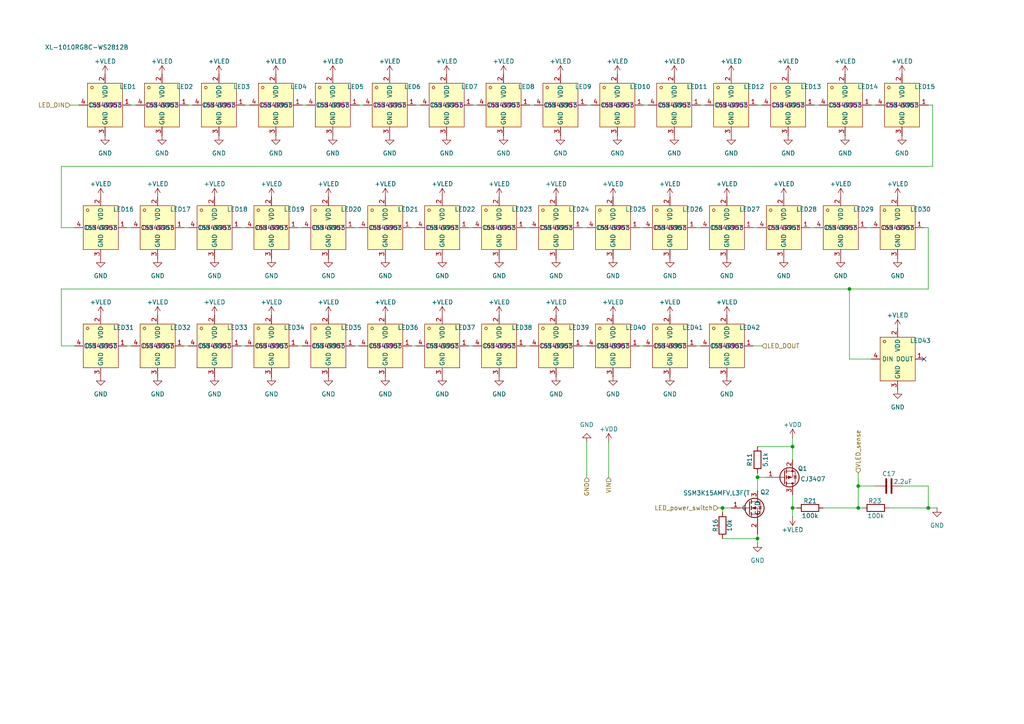
<source format=kicad_sch>
(kicad_sch (version 20250114) (generator "eeschema") (generator_version "9.0")
  (paper "A4")
  (lib_symbols
    (symbol "Device:C" (pin_numbers (hide yes)) (pin_names (offset 0.254))
      (property "Reference" "C" (at 0.635 2.54 0))
      (property "Value" "C" (at 0.635 -2.54 0))
      (symbol "C_0_1"
        (polyline (pts (xy -2.032 0.762) (xy 2.032 0.762)) (stroke (width 0.508)))
        (polyline (pts (xy -2.032 -0.762) (xy 2.032 -0.762)) (stroke (width 0.508)))
      )
      (symbol "C_1_1"
        (pin passive line (at 0 3.81 270) (length 2.794) (name "~") (number "1"))
        (pin passive line (at 0 -3.81 90) (length 2.794) (name "~") (number "2"))
      )
    )
    (symbol "Device:R" (pin_numbers (hide yes)) (pin_names (offset 0))
      (property "Reference" "R" (at 2.032 0 90))
      (property "Value" "R" (at 0 0 90))
      (symbol "R_0_1"
        (rectangle (start -1.016 -2.54) (end 1.016 2.54) (stroke (width 0.254)))
      )
      (symbol "R_1_1"
        (pin passive line (at 0 3.81 270) (length 1.27) (name "~") (number "1"))
        (pin passive line (at 0 -3.81 90) (length 1.27) (name "~") (number "2"))
      )
    )
    (symbol "Transistor_FET:AO3401A" (pin_names (hide yes))
      (property "Reference" "Q" (at 5.08 1.905 0))
      (property "Value" "AO3401A" (at 5.08 0 0))
      (symbol "AO3401A_0_1"
        (polyline (pts (xy 0.254 1.905) (xy 0.254 -1.905)) (stroke (width 0.254)))
        (polyline (pts (xy 0.254 0) (xy -2.54 0)))
        (polyline (pts (xy 0.762 2.286) (xy 0.762 1.27)) (stroke (width 0.254)))
        (polyline (pts (xy 0.762 1.778) (xy 3.302 1.778) (xy 3.302 -1.778) (xy 0.762 -1.778)))
        (polyline (pts (xy 0.762 0.508) (xy 0.762 -0.508)) (stroke (width 0.254)))
        (polyline (pts (xy 0.762 -1.27) (xy 0.762 -2.286)) (stroke (width 0.254)))
        (circle (center 1.651 0) (radius 2.794) (stroke (width 0.254)))
        (polyline (pts (xy 2.286 0) (xy 1.27 0.381) (xy 1.27 -0.381) (xy 2.286 0)) (fill (type outline)))
        (polyline (pts (xy 2.54 2.54) (xy 2.54 1.778)))
        (circle (center 2.54 1.778) (radius 0.254) (fill (type outline)))
        (circle (center 2.54 -1.778) (radius 0.254) (fill (type outline)))
        (polyline (pts (xy 2.54 -2.54) (xy 2.54 0) (xy 0.762 0)))
        (polyline (pts (xy 2.794 -0.508) (xy 2.921 -0.381) (xy 3.683 -0.381) (xy 3.81 -0.254)))
        (polyline (pts (xy 3.302 -0.381) (xy 2.921 0.254) (xy 3.683 0.254) (xy 3.302 -0.381)))
      )
      (symbol "AO3401A_1_1"
        (pin input line (at -5.08 0 0) (length 2.54) (name "G") (number "1"))
        (pin passive line (at 2.54 5.08 270) (length 2.54) (name "D") (number "3"))
        (pin passive line (at 2.54 -5.08 90) (length 2.54) (name "S") (number "2"))
      )
    )
    (symbol "easyeda2kicad:DMN2400UFD-7"
      (property "Reference" "Q" (at -3.556 4.826 0))
      (property "Value" "DMN2400UFD-7" (at 11.43 0 0))
      (symbol "DMN2400UFD-7_0_1"
        (polyline (pts (xy -1.016 1.905) (xy -1.016 -1.905)) (stroke (width 0.254)))
        (polyline (pts (xy -1.016 0) (xy -3.81 0)))
        (polyline (pts (xy -0.508 2.286) (xy -0.508 1.27)) (stroke (width 0.254)))
        (polyline (pts (xy -0.508 0.508) (xy -0.508 -0.508)) (stroke (width 0.254)))
        (polyline (pts (xy -0.508 -1.27) (xy -0.508 -2.286)) (stroke (width 0.254)))
        (polyline (pts (xy -0.508 -1.778) (xy 2.032 -1.778) (xy 2.032 1.778) (xy -0.508 1.778)))
        (polyline (pts (xy -0.254 0) (xy 0.762 0.381) (xy 0.762 -0.381) (xy -0.254 0)) (fill (type outline)))
        (circle (center 0.381 0) (radius 2.794) (stroke (width 0.254)))
        (polyline (pts (xy 1.27 2.54) (xy 1.27 1.778)))
        (circle (center 1.27 1.778) (radius 0.254) (fill (type outline)))
        (circle (center 1.27 -1.778) (radius 0.254) (fill (type outline)))
        (polyline (pts (xy 1.27 -2.54) (xy 1.27 0) (xy -0.508 0)))
        (polyline (pts (xy 1.524 0.508) (xy 1.651 0.381) (xy 2.413 0.381) (xy 2.54 0.254)))
        (polyline (pts (xy 2.032 0.381) (xy 1.651 -0.254) (xy 2.413 -0.254) (xy 2.032 0.381)))
        (pin unspecified line (at -6.35 0 0) (length 2.54) (name "G") (number "1"))
        (pin unspecified line (at 1.27 5.08 270) (length 2.54) (name "D") (number "3"))
        (pin unspecified line (at 1.27 -7.62 90) (length 5.08) (name "S") (number "2"))
      )
    )
    (symbol "easyeda2kicad:XL-1010RGBC-WS2812B"
      (property "Reference" "LED" (at 0 13.97 0))
      (property "Value" "XL-1010RGBC-WS2812B" (at 0 -13.97 0))
      (symbol "XL-1010RGBC-WS2812B_0_1"
        (rectangle (start -5.08 6.35) (end 5.08 -6.35) (fill (type background)))
        (circle (center -3.81 5.08) (radius 0.38))
        (pin unspecified line (at -7.62 0 0) (length 2.54) (name "DIN") (number "4"))
        (pin unspecified line (at 0 8.89 270) (length 2.54) (name "VDD") (number "2"))
        (pin unspecified line (at 0 -8.89 90) (length 2.54) (name "GND") (number "3"))
        (pin unspecified line (at 7.62 0 180) (length 2.54) (name "DOUT") (number "1"))
      )
    )
    (symbol "power:+3V3" (power) (pin_numbers (hide yes)) (pin_names (offset 0) (hide yes))
      (property "Value" "+3V3" (at 0 3.556 0))
      (symbol "+3V3_0_1"
        (polyline (pts (xy -0.762 1.27) (xy 0 2.54)))
        (polyline (pts (xy 0 2.54) (xy 0.762 1.27)))
        (polyline (pts (xy 0 0) (xy 0 2.54)))
      )
      (symbol "+3V3_1_1"
        (pin power_in line (at 0 0 90) (length 0) (name "~") (number "1"))
      )
    )
    (symbol "power:GND" (power) (pin_numbers (hide yes)) (pin_names (offset 0) (hide yes))
      (property "Value" "GND" (at 0 -3.81 0))
      (symbol "GND_0_1"
        (polyline (pts (xy 0 0) (xy 0 -1.27) (xy 1.27 -1.27) (xy 0 -2.54) (xy -1.27 -1.27) (xy 0 -1.27)))
      )
      (symbol "GND_1_1"
        (pin power_in line (at 0 0 270) (length 0) (name "~") (number "1"))
      )
    )
  )
  (junction (at 269.24 147.32))
  (junction (at 219.71 138.43))
  (junction (at 219.71 156.21))
  (junction (at 248.92 147.32))
  (junction (at 229.87 129.54))
  (junction (at 248.92 140.97))
  (junction (at 209.55 147.32))
  (junction (at 246.38 83.82))
  (junction (at 229.87 147.32))
  (no_connect (at 267.97 104.14))
  (wire (pts (xy 153.67 30.48) (xy 154.94 30.48)))
  (wire (pts (xy 54.61 30.48) (xy 55.88 30.48)))
  (wire (pts (xy 219.71 129.54) (xy 229.87 129.54)))
  (wire (pts (xy 218.44 66.04) (xy 219.71 66.04)))
  (wire (pts (xy 238.76 147.32) (xy 248.92 147.32)))
  (wire (pts (xy 219.71 156.21) (xy 219.71 157.48)))
  (wire (pts (xy 269.24 66.04) (xy 269.24 83.82)))
  (wire (pts (xy 201.93 100.33) (xy 203.2 100.33)))
  (wire (pts (xy 252.73 104.14) (xy 246.38 104.14)))
  (wire (pts (xy 248.92 140.97) (xy 248.92 147.32)))
  (wire (pts (xy 252.73 30.48) (xy 254 30.48)))
  (wire (pts (xy 220.98 100.33) (xy 218.44 100.33)))
  (wire (pts (xy 269.24 30.48) (xy 270.51 30.48)))
  (wire (pts (xy 219.71 154.94) (xy 219.71 156.21)))
  (wire (pts (xy 170.18 30.48) (xy 171.45 30.48)))
  (wire (pts (xy 203.2 30.48) (xy 204.47 30.48)))
  (wire (pts (xy 87.63 30.48) (xy 88.9 30.48)))
  (wire (pts (xy 229.87 149.86) (xy 229.87 147.32)))
  (wire (pts (xy 219.71 138.43) (xy 219.71 142.24)))
  (wire (pts (xy 69.85 66.04) (xy 71.12 66.04)))
  (wire (pts (xy 86.36 100.33) (xy 87.63 100.33)))
  (wire (pts (xy 261.62 140.97) (xy 269.24 140.97)))
  (wire (pts (xy 269.24 140.97) (xy 269.24 147.32)))
  (wire (pts (xy 104.14 30.48) (xy 105.41 30.48)))
  (wire (pts (xy 119.38 66.04) (xy 120.65 66.04)))
  (wire (pts (xy 269.24 83.82) (xy 246.38 83.82)))
  (wire (pts (xy 168.91 100.33) (xy 170.18 100.33)))
  (wire (pts (xy 176.53 128.27) (xy 176.53 138.43)))
  (wire (pts (xy 248.92 140.97) (xy 254 140.97)))
  (wire (pts (xy 36.83 66.04) (xy 38.1 66.04)))
  (wire (pts (xy 102.87 66.04) (xy 104.14 66.04)))
  (wire (pts (xy 86.36 66.04) (xy 87.63 66.04)))
  (wire (pts (xy 170.18 128.27) (xy 170.18 138.43)))
  (wire (pts (xy 119.38 100.33) (xy 120.65 100.33)))
  (wire (pts (xy 270.51 30.48) (xy 270.51 48.26)))
  (wire (pts (xy 246.38 104.14) (xy 246.38 83.82)))
  (wire (pts (xy 229.87 147.32) (xy 229.87 143.51)))
  (wire (pts (xy 71.12 30.48) (xy 72.39 30.48)))
  (wire (pts (xy 17.78 66.04) (xy 21.59 66.04)))
  (wire (pts (xy 135.89 100.33) (xy 137.16 100.33)))
  (wire (pts (xy 251.46 66.04) (xy 252.73 66.04)))
  (wire (pts (xy 267.97 66.04) (xy 269.24 66.04)))
  (wire (pts (xy 53.34 100.33) (xy 54.61 100.33)))
  (wire (pts (xy 69.85 100.33) (xy 71.12 100.33)))
  (wire (pts (xy 219.71 137.16) (xy 219.71 138.43)))
  (wire (pts (xy 209.55 156.21) (xy 219.71 156.21)))
  (wire (pts (xy 209.55 148.59) (xy 209.55 147.32)))
  (wire (pts (xy 209.55 147.32) (xy 212.09 147.32)))
  (wire (pts (xy 246.38 83.82) (xy 17.78 83.82)))
  (wire (pts (xy 248.92 137.16) (xy 248.92 140.97)))
  (wire (pts (xy 17.78 100.33) (xy 21.59 100.33)))
  (wire (pts (xy 257.81 147.32) (xy 269.24 147.32)))
  (wire (pts (xy 234.95 66.04) (xy 236.22 66.04)))
  (wire (pts (xy 152.4 66.04) (xy 153.67 66.04)))
  (wire (pts (xy 20.32 30.48) (xy 22.86 30.48)))
  (wire (pts (xy 168.91 66.04) (xy 170.18 66.04)))
  (wire (pts (xy 17.78 48.26) (xy 17.78 66.04)))
  (wire (pts (xy 53.34 66.04) (xy 54.61 66.04)))
  (wire (pts (xy 219.71 30.48) (xy 220.98 30.48)))
  (wire (pts (xy 102.87 100.33) (xy 104.14 100.33)))
  (wire (pts (xy 201.93 66.04) (xy 203.2 66.04)))
  (wire (pts (xy 152.4 100.33) (xy 153.67 100.33)))
  (wire (pts (xy 208.28 147.32) (xy 209.55 147.32)))
  (wire (pts (xy 219.71 138.43) (xy 222.25 138.43)))
  (wire (pts (xy 229.87 127) (xy 229.87 129.54)))
  (wire (pts (xy 185.42 100.33) (xy 186.69 100.33)))
  (wire (pts (xy 17.78 83.82) (xy 17.78 100.33)))
  (wire (pts (xy 270.51 48.26) (xy 17.78 48.26)))
  (wire (pts (xy 229.87 147.32) (xy 231.14 147.32)))
  (wire (pts (xy 236.22 30.48) (xy 237.49 30.48)))
  (wire (pts (xy 229.87 129.54) (xy 229.87 133.35)))
  (wire (pts (xy 38.1 30.48) (xy 39.37 30.48)))
  (wire (pts (xy 248.92 147.32) (xy 250.19 147.32)))
  (wire (pts (xy 185.42 66.04) (xy 186.69 66.04)))
  (wire (pts (xy 269.24 147.32) (xy 271.78 147.32)))
  (wire (pts (xy 186.69 30.48) (xy 187.96 30.48)))
  (wire (pts (xy 137.16 30.48) (xy 138.43 30.48)))
  (wire (pts (xy 36.83 100.33) (xy 38.1 100.33)))
  (wire (pts (xy 135.89 66.04) (xy 137.16 66.04)))
  (wire (pts (xy 120.65 30.48) (xy 121.92 30.48)))
  (hierarchical_label "LED_DOUT" (shape input) (at 220.98 100.33 0))
  (hierarchical_label "GND" (shape input) (at 170.18 138.43 270))
  (hierarchical_label "VLED_sense" (shape input) (at 248.92 137.16 90))
  (hierarchical_label "VIN" (shape input) (at 176.53 138.43 270))
  (hierarchical_label "LED_DIN" (shape input) (at 20.32 30.48 180))
  (hierarchical_label "LED_power_switch" (shape input) (at 208.28 147.32 180))
  (symbol (lib_id "easyeda2kicad:XL-1010RGBC-WS2812B") (at 128.27 66.04 0) (unit 1)
    (property "Reference" "LED22" (at 134.874 60.706 0))
    (property "Value" "XL-1010RGBC-WS2812B" (effects (hide yes)))
    (property "Footprint" "easyeda2kicad:LED-SMD_4P-L1.0-W1.0-TL_XL-1010RGBC-WS2812B" (effects (hide yes)))
    (property "LCSC" "C5349953" (at 128.27 66.04 0))
  )
  (symbol (lib_id "power:GND") (at 111.76 109.22 0) (mirror y) (unit 1)
    (property "Reference" "#PWR0132" (effects (hide yes)))
    (property "Value" "GND" (at 111.76 114.3 0))
    (property "Description" "Power symbol creates a global label with name \"GND\" , ground" (effects (hide yes)))
  )
  (symbol (lib_id "power:GND") (at 128.27 74.93 0) (mirror y) (unit 1)
    (property "Reference" "#PWR0106" (effects (hide yes)))
    (property "Value" "GND" (at 128.27 80.01 0))
    (property "Description" "Power symbol creates a global label with name \"GND\" , ground" (effects (hide yes)))
  )
  (symbol (lib_id "power:GND") (at 210.82 109.22 0) (mirror y) (unit 1)
    (property "Reference" "#PWR0138" (effects (hide yes)))
    (property "Value" "GND" (at 210.82 114.3 0))
    (property "Description" "Power symbol creates a global label with name \"GND\" , ground" (effects (hide yes)))
  )
  (symbol (lib_id "easyeda2kicad:XL-1010RGBC-WS2812B") (at 45.72 100.33 0) (unit 1)
    (property "Reference" "LED32" (at 52.324 94.996 0))
    (property "Value" "XL-1010RGBC-WS2812B" (effects (hide yes)))
    (property "Footprint" "easyeda2kicad:LED-SMD_4P-L1.0-W1.0-TL_XL-1010RGBC-WS2812B" (effects (hide yes)))
    (property "LCSC" "C5349953" (at 45.72 100.33 0))
  )
  (symbol (lib_id "power:+3V3") (at 29.21 91.44 0) (unit 1)
    (property "Reference" "#PWR0115" (effects (hide yes)))
    (property "Value" "+VLED" (at 29.21 87.63 0))
    (property "Description" "Power symbol creates a global label with name \"+3V3\"" (effects (hide yes)))
  )
  (symbol (lib_id "easyeda2kicad:XL-1010RGBC-WS2812B") (at 227.33 66.04 0) (unit 1)
    (property "Reference" "LED28" (at 233.934 60.706 0))
    (property "Value" "XL-1010RGBC-WS2812B" (effects (hide yes)))
    (property "Footprint" "easyeda2kicad:LED-SMD_4P-L1.0-W1.0-TL_XL-1010RGBC-WS2812B" (effects (hide yes)))
    (property "LCSC" "C5349953" (at 227.33 66.04 0))
  )
  (symbol (lib_id "power:+3V3") (at 228.6 21.59 0) (unit 1)
    (property "Reference" "#PWR067" (effects (hide yes)))
    (property "Value" "+VLED" (at 228.6 17.78 0))
    (property "Description" "Power symbol creates a global label with name \"+3V3\"" (effects (hide yes)))
  )
  (symbol (lib_id "easyeda2kicad:DMN2400UFD-7") (at 218.44 147.32 0) (unit 1)
    (property "Reference" "Q2" (at 220.472 142.748 0) (effects (justify left)))
    (property "Value" "SSM3K15AMFV,L3F(T" (at 198.12 143.002 0) (effects (justify left)))
    (property "Footprint" "Package_TO_SOT_SMD:SOT-723" (effects (hide yes)))
    (property "Datasheet" "https://lcsc.com/product-detail/MOSFET_DIODES_DMN2400UFD-7_DMN2400UFD-7_C156391.html" (effects (hide yes)))
    (property "LCSC" "C516857" (effects (hide yes)))
  )
  (symbol (lib_id "power:+3V3") (at 128.27 57.15 0) (unit 1)
    (property "Reference" "#PWR091" (effects (hide yes)))
    (property "Value" "+VLED" (at 128.27 53.34 0))
    (property "Description" "Power symbol creates a global label with name \"+3V3\"" (effects (hide yes)))
  )
  (symbol (lib_id "power:+3V3") (at 63.5 21.59 0) (unit 1)
    (property "Reference" "#PWR057" (effects (hide yes)))
    (property "Value" "+VLED" (at 63.5 17.78 0))
    (property "Description" "Power symbol creates a global label with name \"+3V3\"" (effects (hide yes)))
  )
  (symbol (lib_id "easyeda2kicad:XL-1010RGBC-WS2812B") (at 128.27 100.33 0) (unit 1)
    (property "Reference" "LED37" (at 134.874 94.996 0))
    (property "Value" "XL-1010RGBC-WS2812B" (effects (hide yes)))
    (property "Footprint" "easyeda2kicad:LED-SMD_4P-L1.0-W1.0-TL_XL-1010RGBC-WS2812B" (effects (hide yes)))
    (property "LCSC" "C5349953" (at 128.27 100.33 0))
  )
  (symbol (lib_id "power:+3V3") (at 161.29 57.15 0) (unit 1)
    (property "Reference" "#PWR093" (effects (hide yes)))
    (property "Value" "+VLED" (at 161.29 53.34 0))
    (property "Description" "Power symbol creates a global label with name \"+3V3\"" (effects (hide yes)))
  )
  (symbol (lib_id "power:+3V3") (at 62.23 57.15 0) (unit 1)
    (property "Reference" "#PWR087" (effects (hide yes)))
    (property "Value" "+VLED" (at 62.23 53.34 0))
    (property "Description" "Power symbol creates a global label with name \"+3V3\"" (effects (hide yes)))
  )
  (symbol (lib_id "Device:R") (at 219.71 133.35 0) (unit 1)
    (property "Reference" "R11" (at 217.424 133.35 90))
    (property "Value" "5.1k" (at 221.996 133.35 90))
    (property "Footprint" "Resistor_SMD:R_0402_1005Metric" (effects (hide yes)))
    (property "Description" "Resistor" (effects (hide yes)))
    (property "LCSC" "C25905" (effects (hide yes)))
  )
  (symbol (lib_id "power:GND") (at 260.35 113.03 0) (mirror y) (unit 1)
    (property "Reference" "#PWR09" (effects (hide yes)))
    (property "Value" "GND" (at 260.35 118.11 0))
    (property "Description" "Power symbol creates a global label with name \"GND\" , ground" (effects (hide yes)))
  )
  (symbol (lib_id "power:+3V3") (at 62.23 91.44 0) (unit 1)
    (property "Reference" "#PWR0117" (effects (hide yes)))
    (property "Value" "+VLED" (at 62.23 87.63 0))
    (property "Description" "Power symbol creates a global label with name \"+3V3\"" (effects (hide yes)))
  )
  (symbol (lib_id "power:GND") (at 194.31 74.93 0) (mirror y) (unit 1)
    (property "Reference" "#PWR0110" (effects (hide yes)))
    (property "Value" "GND" (at 194.31 80.01 0))
    (property "Description" "Power symbol creates a global label with name \"GND\" , ground" (effects (hide yes)))
  )
  (symbol (lib_id "power:GND") (at 227.33 74.93 0) (mirror y) (unit 1)
    (property "Reference" "#PWR0112" (effects (hide yes)))
    (property "Value" "GND" (at 227.33 80.01 0))
    (property "Description" "Power symbol creates a global label with name \"GND\" , ground" (effects (hide yes)))
  )
  (symbol (lib_id "power:+3V3") (at 144.78 91.44 0) (unit 1)
    (property "Reference" "#PWR0122" (effects (hide yes)))
    (property "Value" "+VLED" (at 144.78 87.63 0))
    (property "Description" "Power symbol creates a global label with name \"+3V3\"" (effects (hide yes)))
  )
  (symbol (lib_id "easyeda2kicad:XL-1010RGBC-WS2812B") (at 30.48 30.48 0) (unit 1)
    (property "Reference" "LED1" (at 37.084 25.146 0))
    (property "Value" "XL-1010RGBC-WS2812B" (at 25.146 13.716 0))
    (property "Footprint" "easyeda2kicad:LED-SMD_4P-L1.0-W1.0-TL_XL-1010RGBC-WS2812B" (effects (hide yes)))
    (property "LCSC" "C5349953" (at 30.48 30.48 0))
  )
  (symbol (lib_id "easyeda2kicad:XL-1010RGBC-WS2812B") (at 260.35 66.04 0) (unit 1)
    (property "Reference" "LED30" (at 266.954 60.706 0))
    (property "Value" "XL-1010RGBC-WS2812B" (effects (hide yes)))
    (property "Footprint" "easyeda2kicad:LED-SMD_4P-L1.0-W1.0-TL_XL-1010RGBC-WS2812B" (effects (hide yes)))
    (property "LCSC" "C5349953" (at 260.35 66.04 0))
  )
  (symbol (lib_id "power:+3V3") (at 30.48 21.59 0) (unit 1)
    (property "Reference" "#PWR055" (effects (hide yes)))
    (property "Value" "+VLED" (at 30.48 17.78 0))
    (property "Description" "Power symbol creates a global label with name \"+3V3\"" (effects (hide yes)))
  )
  (symbol (lib_id "power:GND") (at 78.74 74.93 0) (mirror y) (unit 1)
    (property "Reference" "#PWR0103" (effects (hide yes)))
    (property "Value" "GND" (at 78.74 80.01 0))
    (property "Description" "Power symbol creates a global label with name \"GND\" , ground" (effects (hide yes)))
  )
  (symbol (lib_id "easyeda2kicad:XL-1010RGBC-WS2812B") (at 95.25 100.33 0) (unit 1)
    (property "Reference" "LED35" (at 101.854 94.996 0))
    (property "Value" "XL-1010RGBC-WS2812B" (effects (hide yes)))
    (property "Footprint" "easyeda2kicad:LED-SMD_4P-L1.0-W1.0-TL_XL-1010RGBC-WS2812B" (effects (hide yes)))
    (property "LCSC" "C5349953" (at 95.25 100.33 0))
  )
  (symbol (lib_id "power:+3V3") (at 146.05 21.59 0) (unit 1)
    (property "Reference" "#PWR062" (effects (hide yes)))
    (property "Value" "+VLED" (at 146.05 17.78 0))
    (property "Description" "Power symbol creates a global label with name \"+3V3\"" (effects (hide yes)))
  )
  (symbol (lib_id "power:+3V3") (at 162.56 21.59 0) (unit 1)
    (property "Reference" "#PWR063" (effects (hide yes)))
    (property "Value" "+VLED" (at 162.56 17.78 0))
    (property "Description" "Power symbol creates a global label with name \"+3V3\"" (effects (hide yes)))
  )
  (symbol (lib_id "power:+3V3") (at 210.82 91.44 0) (unit 1)
    (property "Reference" "#PWR0126" (effects (hide yes)))
    (property "Value" "+VLED" (at 210.82 87.63 0))
    (property "Description" "Power symbol creates a global label with name \"+3V3\"" (effects (hide yes)))
  )
  (symbol (lib_id "power:+3V3") (at 245.11 21.59 0) (unit 1)
    (property "Reference" "#PWR068" (effects (hide yes)))
    (property "Value" "+VLED" (at 245.11 17.78 0))
    (property "Description" "Power symbol creates a global label with name \"+3V3\"" (effects (hide yes)))
  )
  (symbol (lib_id "power:GND") (at 95.25 74.93 0) (mirror y) (unit 1)
    (property "Reference" "#PWR0104" (effects (hide yes)))
    (property "Value" "GND" (at 95.25 80.01 0))
    (property "Description" "Power symbol creates a global label with name \"GND\" , ground" (effects (hide yes)))
  )
  (symbol (lib_id "power:+3V3") (at 95.25 91.44 0) (unit 1)
    (property "Reference" "#PWR0119" (effects (hide yes)))
    (property "Value" "+VLED" (at 95.25 87.63 0))
    (property "Description" "Power symbol creates a global label with name \"+3V3\"" (effects (hide yes)))
  )
  (symbol (lib_id "power:+3V3") (at 128.27 91.44 0) (unit 1)
    (property "Reference" "#PWR0121" (effects (hide yes)))
    (property "Value" "+VLED" (at 128.27 87.63 0))
    (property "Description" "Power symbol creates a global label with name \"+3V3\"" (effects (hide yes)))
  )
  (symbol (lib_id "easyeda2kicad:XL-1010RGBC-WS2812B") (at 245.11 30.48 0) (unit 1)
    (property "Reference" "LED14" (at 251.714 25.146 0))
    (property "Value" "XL-1010RGBC-WS2812B" (effects (hide yes)))
    (property "Footprint" "easyeda2kicad:LED-SMD_4P-L1.0-W1.0-TL_XL-1010RGBC-WS2812B" (effects (hide yes)))
    (property "LCSC" "C5349953" (at 245.11 30.48 0))
  )
  (symbol (lib_id "easyeda2kicad:XL-1010RGBC-WS2812B") (at 45.72 66.04 0) (unit 1)
    (property "Reference" "LED17" (at 52.324 60.706 0))
    (property "Value" "XL-1010RGBC-WS2812B" (effects (hide yes)))
    (property "Footprint" "easyeda2kicad:LED-SMD_4P-L1.0-W1.0-TL_XL-1010RGBC-WS2812B" (effects (hide yes)))
    (property "LCSC" "C5349953" (at 45.72 66.04 0))
  )
  (symbol (lib_id "power:GND") (at 210.82 74.93 0) (mirror y) (unit 1)
    (property "Reference" "#PWR0111" (effects (hide yes)))
    (property "Value" "GND" (at 210.82 80.01 0))
    (property "Description" "Power symbol creates a global label with name \"GND\" , ground" (effects (hide yes)))
  )
  (symbol (lib_id "power:+3V3") (at 260.35 95.25 0) (unit 1)
    (property "Reference" "#PWR08" (effects (hide yes)))
    (property "Value" "+VLED" (at 260.35 91.44 0))
    (property "Description" "Power symbol creates a global label with name \"+3V3\"" (effects (hide yes)))
  )
  (symbol (lib_id "power:+3V3") (at 78.74 91.44 0) (unit 1)
    (property "Reference" "#PWR0118" (effects (hide yes)))
    (property "Value" "+VLED" (at 78.74 87.63 0))
    (property "Description" "Power symbol creates a global label with name \"+3V3\"" (effects (hide yes)))
  )
  (symbol (lib_id "power:GND") (at 62.23 74.93 0) (mirror y) (unit 1)
    (property "Reference" "#PWR0102" (effects (hide yes)))
    (property "Value" "GND" (at 62.23 80.01 0))
    (property "Description" "Power symbol creates a global label with name \"GND\" , ground" (effects (hide yes)))
  )
  (symbol (lib_id "easyeda2kicad:XL-1010RGBC-WS2812B") (at 46.99 30.48 0) (unit 1)
    (property "Reference" "LED2" (at 53.594 25.146 0))
    (property "Value" "XL-1010RGBC-WS2812B" (effects (hide yes)))
    (property "Footprint" "easyeda2kicad:LED-SMD_4P-L1.0-W1.0-TL_XL-1010RGBC-WS2812B" (effects (hide yes)))
    (property "LCSC" "C5349953" (at 46.99 30.48 0))
  )
  (symbol (lib_id "power:GND") (at 78.74 109.22 0) (mirror y) (unit 1)
    (property "Reference" "#PWR0130" (effects (hide yes)))
    (property "Value" "GND" (at 78.74 114.3 0))
    (property "Description" "Power symbol creates a global label with name \"GND\" , ground" (effects (hide yes)))
  )
  (symbol (lib_id "easyeda2kicad:XL-1010RGBC-WS2812B") (at 78.74 66.04 0) (unit 1)
    (property "Reference" "LED19" (at 85.344 60.706 0))
    (property "Value" "XL-1010RGBC-WS2812B" (effects (hide yes)))
    (property "Footprint" "easyeda2kicad:LED-SMD_4P-L1.0-W1.0-TL_XL-1010RGBC-WS2812B" (effects (hide yes)))
    (property "LCSC" "C5349953" (at 78.74 66.04 0))
  )
  (symbol (lib_id "power:+3V3") (at 45.72 91.44 0) (unit 1)
    (property "Reference" "#PWR0116" (effects (hide yes)))
    (property "Value" "+VLED" (at 45.72 87.63 0))
    (property "Description" "Power symbol creates a global label with name \"+3V3\"" (effects (hide yes)))
  )
  (symbol (lib_id "power:+3V3") (at 194.31 91.44 0) (unit 1)
    (property "Reference" "#PWR0125" (effects (hide yes)))
    (property "Value" "+VLED" (at 194.31 87.63 0))
    (property "Description" "Power symbol creates a global label with name \"+3V3\"" (effects (hide yes)))
  )
  (symbol (lib_id "easyeda2kicad:XL-1010RGBC-WS2812B") (at 111.76 100.33 0) (unit 1)
    (property "Reference" "LED36" (at 118.364 94.996 0))
    (property "Value" "XL-1010RGBC-WS2812B" (effects (hide yes)))
    (property "Footprint" "easyeda2kicad:LED-SMD_4P-L1.0-W1.0-TL_XL-1010RGBC-WS2812B" (effects (hide yes)))
    (property "LCSC" "C5349953" (at 111.76 100.33 0))
  )
  (symbol (lib_id "power:GND") (at 260.35 74.93 0) (mirror y) (unit 1)
    (property "Reference" "#PWR0114" (effects (hide yes)))
    (property "Value" "GND" (at 260.35 80.01 0))
    (property "Description" "Power symbol creates a global label with name \"GND\" , ground" (effects (hide yes)))
  )
  (symbol (lib_id "power:GND") (at 29.21 109.22 0) (mirror y) (unit 1)
    (property "Reference" "#PWR0127" (effects (hide yes)))
    (property "Value" "GND" (at 29.21 114.3 0))
    (property "Description" "Power symbol creates a global label with name \"GND\" , ground" (effects (hide yes)))
  )
  (symbol (lib_id "power:+3V3") (at 80.01 21.59 0) (unit 1)
    (property "Reference" "#PWR058" (effects (hide yes)))
    (property "Value" "+VLED" (at 80.01 17.78 0))
    (property "Description" "Power symbol creates a global label with name \"+3V3\"" (effects (hide yes)))
  )
  (symbol (lib_id "easyeda2kicad:XL-1010RGBC-WS2812B") (at 195.58 30.48 0) (unit 1)
    (property "Reference" "LED11" (at 202.184 25.146 0))
    (property "Value" "XL-1010RGBC-WS2812B" (effects (hide yes)))
    (property "Footprint" "easyeda2kicad:LED-SMD_4P-L1.0-W1.0-TL_XL-1010RGBC-WS2812B" (effects (hide yes)))
    (property "LCSC" "C5349953" (at 195.58 30.48 0))
  )
  (symbol (lib_id "easyeda2kicad:XL-1010RGBC-WS2812B") (at 260.35 104.14 0) (unit 1)
    (property "Reference" "LED43" (at 266.954 98.806 0))
    (property "Value" "XL-1010RGBC-WS2812B" (effects (hide yes)))
    (property "Footprint" "easyeda2kicad:LED-SMD_4P-L1.0-W1.0-TL_XL-1010RGBC-WS2812B" (effects (hide yes)))
    (property "LCSC" "C5349953" (effects (hide yes)))
  )
  (symbol (lib_id "power:GND") (at 161.29 109.22 0) (mirror y) (unit 1)
    (property "Reference" "#PWR0135" (effects (hide yes)))
    (property "Value" "GND" (at 161.29 114.3 0))
    (property "Description" "Power symbol creates a global label with name \"GND\" , ground" (effects (hide yes)))
  )
  (symbol (lib_id "power:GND") (at 128.27 109.22 0) (mirror y) (unit 1)
    (property "Reference" "#PWR0133" (effects (hide yes)))
    (property "Value" "GND" (at 128.27 114.3 0))
    (property "Description" "Power symbol creates a global label with name \"GND\" , ground" (effects (hide yes)))
  )
  (symbol (lib_id "easyeda2kicad:XL-1010RGBC-WS2812B") (at 111.76 66.04 0) (unit 1)
    (property "Reference" "LED21" (at 118.364 60.706 0))
    (property "Value" "XL-1010RGBC-WS2812B" (effects (hide yes)))
    (property "Footprint" "easyeda2kicad:LED-SMD_4P-L1.0-W1.0-TL_XL-1010RGBC-WS2812B" (effects (hide yes)))
    (property "LCSC" "C5349953" (at 111.76 66.04 0))
  )
  (symbol (lib_id "easyeda2kicad:XL-1010RGBC-WS2812B") (at 62.23 66.04 0) (unit 1)
    (property "Reference" "LED18" (at 68.834 60.706 0))
    (property "Value" "XL-1010RGBC-WS2812B" (effects (hide yes)))
    (property "Footprint" "easyeda2kicad:LED-SMD_4P-L1.0-W1.0-TL_XL-1010RGBC-WS2812B" (effects (hide yes)))
    (property "LCSC" "C5349953" (at 62.23 66.04 0))
  )
  (symbol (lib_id "power:GND") (at 195.58 39.37 0) (mirror y) (unit 1)
    (property "Reference" "#PWR080" (effects (hide yes)))
    (property "Value" "GND" (at 195.58 44.45 0))
    (property "Description" "Power symbol creates a global label with name \"GND\" , ground" (effects (hide yes)))
  )
  (symbol (lib_id "power:+3V3") (at 177.8 57.15 0) (unit 1)
    (property "Reference" "#PWR094" (effects (hide yes)))
    (property "Value" "+VLED" (at 177.8 53.34 0))
    (property "Description" "Power symbol creates a global label with name \"+3V3\"" (effects (hide yes)))
  )
  (symbol (lib_id "easyeda2kicad:XL-1010RGBC-WS2812B") (at 243.84 66.04 0) (unit 1)
    (property "Reference" "LED29" (at 250.444 60.706 0))
    (property "Value" "XL-1010RGBC-WS2812B" (effects (hide yes)))
    (property "Footprint" "easyeda2kicad:LED-SMD_4P-L1.0-W1.0-TL_XL-1010RGBC-WS2812B" (effects (hide yes)))
    (property "LCSC" "C5349953" (at 243.84 66.04 0))
  )
  (symbol (lib_id "power:+3V3") (at 129.54 21.59 0) (unit 1)
    (property "Reference" "#PWR061" (effects (hide yes)))
    (property "Value" "+VLED" (at 129.54 17.78 0))
    (property "Description" "Power symbol creates a global label with name \"+3V3\"" (effects (hide yes)))
  )
  (symbol (lib_id "power:GND") (at 111.76 74.93 0) (mirror y) (unit 1)
    (property "Reference" "#PWR0105" (effects (hide yes)))
    (property "Value" "GND" (at 111.76 80.01 0))
    (property "Description" "Power symbol creates a global label with name \"GND\" , ground" (effects (hide yes)))
  )
  (symbol (lib_id "power:GND") (at 261.62 39.37 0) (mirror y) (unit 1)
    (property "Reference" "#PWR084" (effects (hide yes)))
    (property "Value" "GND" (at 261.62 44.45 0))
    (property "Description" "Power symbol creates a global label with name \"GND\" , ground" (effects (hide yes)))
  )
  (symbol (lib_id "power:GND") (at 46.99 39.37 0) (mirror y) (unit 1)
    (property "Reference" "#PWR071" (effects (hide yes)))
    (property "Value" "GND" (at 46.99 44.45 0))
    (property "Description" "Power symbol creates a global label with name \"GND\" , ground" (effects (hide yes)))
  )
  (symbol (lib_id "easyeda2kicad:XL-1010RGBC-WS2812B") (at 161.29 66.04 0) (unit 1)
    (property "Reference" "LED24" (at 167.894 60.706 0))
    (property "Value" "XL-1010RGBC-WS2812B" (effects (hide yes)))
    (property "Footprint" "easyeda2kicad:LED-SMD_4P-L1.0-W1.0-TL_XL-1010RGBC-WS2812B" (effects (hide yes)))
    (property "LCSC" "C5349953" (at 161.29 66.04 0))
  )
  (symbol (lib_id "power:GND") (at 212.09 39.37 0) (mirror y) (unit 1)
    (property "Reference" "#PWR081" (effects (hide yes)))
    (property "Value" "GND" (at 212.09 44.45 0))
    (property "Description" "Power symbol creates a global label with name \"GND\" , ground" (effects (hide yes)))
  )
  (symbol (lib_id "power:+3V3") (at 177.8 91.44 0) (unit 1)
    (property "Reference" "#PWR0124" (effects (hide yes)))
    (property "Value" "+VLED" (at 177.8 87.63 0))
    (property "Description" "Power symbol creates a global label with name \"+3V3\"" (effects (hide yes)))
  )
  (symbol (lib_id "power:GND") (at 45.72 74.93 0) (mirror y) (unit 1)
    (property "Reference" "#PWR0101" (effects (hide yes)))
    (property "Value" "GND" (at 45.72 80.01 0))
    (property "Description" "Power symbol creates a global label with name \"GND\" , ground" (effects (hide yes)))
  )
  (symbol (lib_id "power:+3V3") (at 194.31 57.15 0) (unit 1)
    (property "Reference" "#PWR095" (effects (hide yes)))
    (property "Value" "+VLED" (at 194.31 53.34 0))
    (property "Description" "Power symbol creates a global label with name \"+3V3\"" (effects (hide yes)))
  )
  (symbol (lib_id "power:+3V3") (at 95.25 57.15 0) (unit 1)
    (property "Reference" "#PWR089" (effects (hide yes)))
    (property "Value" "+VLED" (at 95.25 53.34 0))
    (property "Description" "Power symbol creates a global label with name \"+3V3\"" (effects (hide yes)))
  )
  (symbol (lib_id "power:+3V3") (at 111.76 91.44 0) (unit 1)
    (property "Reference" "#PWR0120" (effects (hide yes)))
    (property "Value" "+VLED" (at 111.76 87.63 0))
    (property "Description" "Power symbol creates a global label with name \"+3V3\"" (effects (hide yes)))
  )
  (symbol (lib_id "power:GND") (at 177.8 74.93 0) (mirror y) (unit 1)
    (property "Reference" "#PWR0109" (effects (hide yes)))
    (property "Value" "GND" (at 177.8 80.01 0))
    (property "Description" "Power symbol creates a global label with name \"GND\" , ground" (effects (hide yes)))
  )
  (symbol (lib_id "power:+3V3") (at 243.84 57.15 0) (unit 1)
    (property "Reference" "#PWR098" (effects (hide yes)))
    (property "Value" "+VLED" (at 243.84 53.34 0))
    (property "Description" "Power symbol creates a global label with name \"+3V3\"" (effects (hide yes)))
  )
  (symbol (lib_id "power:+3V3") (at 46.99 21.59 0) (unit 1)
    (property "Reference" "#PWR056" (effects (hide yes)))
    (property "Value" "+VLED" (at 46.99 17.78 0))
    (property "Description" "Power symbol creates a global label with name \"+3V3\"" (effects (hide yes)))
  )
  (symbol (lib_id "easyeda2kicad:XL-1010RGBC-WS2812B") (at 62.23 100.33 0) (unit 1)
    (property "Reference" "LED33" (at 68.834 94.996 0))
    (property "Value" "XL-1010RGBC-WS2812B" (effects (hide yes)))
    (property "Footprint" "easyeda2kicad:LED-SMD_4P-L1.0-W1.0-TL_XL-1010RGBC-WS2812B" (effects (hide yes)))
    (property "LCSC" "C5349953" (at 62.23 100.33 0))
  )
  (symbol (lib_id "power:+3V3") (at 229.87 149.86 0) (mirror x) (unit 1)
    (property "Reference" "#PWR0142" (effects (hide yes)))
    (property "Value" "+VLED" (at 229.87 153.67 0))
    (property "Description" "Power symbol creates a global label with name \"+3V3\"" (effects (hide yes)))
  )
  (symbol (lib_id "power:GND") (at 194.31 109.22 0) (mirror y) (unit 1)
    (property "Reference" "#PWR0137" (effects (hide yes)))
    (property "Value" "GND" (at 194.31 114.3 0))
    (property "Description" "Power symbol creates a global label with name \"GND\" , ground" (effects (hide yes)))
  )
  (symbol (lib_id "power:GND") (at 29.21 74.93 0) (mirror y) (unit 1)
    (property "Reference" "#PWR0100" (effects (hide yes)))
    (property "Value" "GND" (at 29.21 80.01 0))
    (property "Description" "Power symbol creates a global label with name \"GND\" , ground" (effects (hide yes)))
  )
  (symbol (lib_id "Transistor_FET:AO3401A") (at 227.33 138.43 0) (mirror x) (unit 1)
    (property "Reference" "Q1" (at 231.394 135.89 0) (effects (justify left)))
    (property "Value" "CJ3407" (at 232.156 138.938 0) (effects (justify left)))
    (property "Footprint" "Package_TO_SOT_SMD:SOT-23" (effects (hide yes)))
    (property "Datasheet" "https://jlcpcb.com/api/file/downloadByFileSystemAccessId/8586172400979349504" (effects (hide yes)))
    (property "Description" "-4.0A Id, -30V Vds, P-Channel MOSFET, SOT-23" (effects (hide yes)))
    (property "LCSC" "C15903" (effects (hide yes)))
  )
  (symbol (lib_id "power:GND") (at 219.71 157.48 0) (unit 1)
    (property "Reference" "#PWR0143" (effects (hide yes)))
    (property "Value" "GND" (at 219.71 162.56 0))
    (property "Description" "Power symbol creates a global label with name \"GND\" , ground" (effects (hide yes)))
  )
  (symbol (lib_id "power:GND") (at 113.03 39.37 0) (mirror y) (unit 1)
    (property "Reference" "#PWR075" (effects (hide yes)))
    (property "Value" "GND" (at 113.03 44.45 0))
    (property "Description" "Power symbol creates a global label with name \"GND\" , ground" (effects (hide yes)))
  )
  (symbol (lib_id "power:GND") (at 95.25 109.22 0) (mirror y) (unit 1)
    (property "Reference" "#PWR0131" (effects (hide yes)))
    (property "Value" "GND" (at 95.25 114.3 0))
    (property "Description" "Power symbol creates a global label with name \"GND\" , ground" (effects (hide yes)))
  )
  (symbol (lib_id "power:GND") (at 62.23 109.22 0) (mirror y) (unit 1)
    (property "Reference" "#PWR0129" (effects (hide yes)))
    (property "Value" "GND" (at 62.23 114.3 0))
    (property "Description" "Power symbol creates a global label with name \"GND\" , ground" (effects (hide yes)))
  )
  (symbol (lib_id "easyeda2kicad:XL-1010RGBC-WS2812B") (at 144.78 66.04 0) (unit 1)
    (property "Reference" "LED23" (at 151.384 60.706 0))
    (property "Value" "XL-1010RGBC-WS2812B" (effects (hide yes)))
    (property "Footprint" "easyeda2kicad:LED-SMD_4P-L1.0-W1.0-TL_XL-1010RGBC-WS2812B" (effects (hide yes)))
    (property "LCSC" "C5349953" (at 144.78 66.04 0))
  )
  (symbol (lib_id "easyeda2kicad:XL-1010RGBC-WS2812B") (at 177.8 100.33 0) (unit 1)
    (property "Reference" "LED40" (at 184.404 94.996 0))
    (property "Value" "XL-1010RGBC-WS2812B" (effects (hide yes)))
    (property "Footprint" "easyeda2kicad:LED-SMD_4P-L1.0-W1.0-TL_XL-1010RGBC-WS2812B" (effects (hide yes)))
    (property "LCSC" "C5349953" (at 177.8 100.33 0))
  )
  (symbol (lib_id "easyeda2kicad:XL-1010RGBC-WS2812B") (at 63.5 30.48 0) (unit 1)
    (property "Reference" "LED3" (at 70.104 25.146 0))
    (property "Value" "XL-1010RGBC-WS2812B" (effects (hide yes)))
    (property "Footprint" "easyeda2kicad:LED-SMD_4P-L1.0-W1.0-TL_XL-1010RGBC-WS2812B" (effects (hide yes)))
    (property "LCSC" "C5349953" (at 63.5 30.48 0))
  )
  (symbol (lib_id "easyeda2kicad:XL-1010RGBC-WS2812B") (at 96.52 30.48 0) (unit 1)
    (property "Reference" "LED5" (at 103.124 25.146 0))
    (property "Value" "XL-1010RGBC-WS2812B" (effects (hide yes)))
    (property "Footprint" "easyeda2kicad:LED-SMD_4P-L1.0-W1.0-TL_XL-1010RGBC-WS2812B" (effects (hide yes)))
    (property "LCSC" "C5349953" (at 96.52 30.48 0))
  )
  (symbol (lib_id "easyeda2kicad:XL-1010RGBC-WS2812B") (at 161.29 100.33 0) (unit 1)
    (property "Reference" "LED39" (at 167.894 94.996 0))
    (property "Value" "XL-1010RGBC-WS2812B" (effects (hide yes)))
    (property "Footprint" "easyeda2kicad:LED-SMD_4P-L1.0-W1.0-TL_XL-1010RGBC-WS2812B" (effects (hide yes)))
    (property "LCSC" "C5349953" (at 161.29 100.33 0))
  )
  (symbol (lib_id "easyeda2kicad:XL-1010RGBC-WS2812B") (at 228.6 30.48 0) (unit 1)
    (property "Reference" "LED13" (at 235.204 25.146 0))
    (property "Value" "XL-1010RGBC-WS2812B" (effects (hide yes)))
    (property "Footprint" "easyeda2kicad:LED-SMD_4P-L1.0-W1.0-TL_XL-1010RGBC-WS2812B" (effects (hide yes)))
    (property "LCSC" "C5349953" (at 228.6 30.48 0))
  )
  (symbol (lib_id "power:+3V3") (at 210.82 57.15 0) (unit 1)
    (property "Reference" "#PWR096" (effects (hide yes)))
    (property "Value" "+VLED" (at 210.82 53.34 0))
    (property "Description" "Power symbol creates a global label with name \"+3V3\"" (effects (hide yes)))
  )
  (symbol (lib_id "easyeda2kicad:XL-1010RGBC-WS2812B") (at 177.8 66.04 0) (unit 1)
    (property "Reference" "LED25" (at 184.404 60.706 0))
    (property "Value" "XL-1010RGBC-WS2812B" (effects (hide yes)))
    (property "Footprint" "easyeda2kicad:LED-SMD_4P-L1.0-W1.0-TL_XL-1010RGBC-WS2812B" (effects (hide yes)))
    (property "LCSC" "C5349953" (at 177.8 66.04 0))
  )
  (symbol (lib_id "easyeda2kicad:XL-1010RGBC-WS2812B") (at 95.25 66.04 0) (unit 1)
    (property "Reference" "LED20" (at 101.854 60.706 0))
    (property "Value" "XL-1010RGBC-WS2812B" (effects (hide yes)))
    (property "Footprint" "easyeda2kicad:LED-SMD_4P-L1.0-W1.0-TL_XL-1010RGBC-WS2812B" (effects (hide yes)))
    (property "LCSC" "C5349953" (at 95.25 66.04 0))
  )
  (symbol (lib_id "power:+3V3") (at 29.21 57.15 0) (unit 1)
    (property "Reference" "#PWR085" (effects (hide yes)))
    (property "Value" "+VLED" (at 29.21 53.34 0))
    (property "Description" "Power symbol creates a global label with name \"+3V3\"" (effects (hide yes)))
  )
  (symbol (lib_id "power:GND") (at 144.78 109.22 0) (mirror y) (unit 1)
    (property "Reference" "#PWR0134" (effects (hide yes)))
    (property "Value" "GND" (at 144.78 114.3 0))
    (property "Description" "Power symbol creates a global label with name \"GND\" , ground" (effects (hide yes)))
  )
  (symbol (lib_id "power:+3V3") (at 227.33 57.15 0) (unit 1)
    (property "Reference" "#PWR097" (effects (hide yes)))
    (property "Value" "+VLED" (at 227.33 53.34 0))
    (property "Description" "Power symbol creates a global label with name \"+3V3\"" (effects (hide yes)))
  )
  (symbol (lib_id "easyeda2kicad:XL-1010RGBC-WS2812B") (at 194.31 100.33 0) (unit 1)
    (property "Reference" "LED41" (at 200.914 94.996 0))
    (property "Value" "XL-1010RGBC-WS2812B" (effects (hide yes)))
    (property "Footprint" "easyeda2kicad:LED-SMD_4P-L1.0-W1.0-TL_XL-1010RGBC-WS2812B" (effects (hide yes)))
    (property "LCSC" "C5349953" (at 194.31 100.33 0))
  )
  (symbol (lib_id "Device:R") (at 234.95 147.32 90) (unit 1)
    (property "Reference" "R21" (at 234.95 145.288 90))
    (property "Value" "100k" (at 234.95 149.606 90))
    (property "Footprint" "Resistor_SMD:R_0402_1005Metric" (effects (hide yes)))
    (property "Description" "Resistor" (effects (hide yes)))
    (property "LCSC" "C25741" (effects (hide yes)))
  )
  (symbol (lib_id "power:+3V3") (at 45.72 57.15 0) (unit 1)
    (property "Reference" "#PWR086" (effects (hide yes)))
    (property "Value" "+VLED" (at 45.72 53.34 0))
    (property "Description" "Power symbol creates a global label with name \"+3V3\"" (effects (hide yes)))
  )
  (symbol (lib_id "power:+3V3") (at 195.58 21.59 0) (unit 1)
    (property "Reference" "#PWR065" (effects (hide yes)))
    (property "Value" "+VLED" (at 195.58 17.78 0))
    (property "Description" "Power symbol creates a global label with name \"+3V3\"" (effects (hide yes)))
  )
  (symbol (lib_id "easyeda2kicad:XL-1010RGBC-WS2812B") (at 210.82 66.04 0) (unit 1)
    (property "Reference" "LED27" (at 217.424 60.706 0))
    (property "Value" "XL-1010RGBC-WS2812B" (effects (hide yes)))
    (property "Footprint" "easyeda2kicad:LED-SMD_4P-L1.0-W1.0-TL_XL-1010RGBC-WS2812B" (effects (hide yes)))
    (property "LCSC" "C5349953" (at 210.82 66.04 0))
  )
  (symbol (lib_id "power:+3V3") (at 161.29 91.44 0) (unit 1)
    (property "Reference" "#PWR0123" (effects (hide yes)))
    (property "Value" "+VLED" (at 161.29 87.63 0))
    (property "Description" "Power symbol creates a global label with name \"+3V3\"" (effects (hide yes)))
  )
  (symbol (lib_id "easyeda2kicad:XL-1010RGBC-WS2812B") (at 210.82 100.33 0) (unit 1)
    (property "Reference" "LED42" (at 217.424 94.996 0))
    (property "Value" "XL-1010RGBC-WS2812B" (effects (hide yes)))
    (property "Footprint" "easyeda2kicad:LED-SMD_4P-L1.0-W1.0-TL_XL-1010RGBC-WS2812B" (effects (hide yes)))
    (property "LCSC" "C5349953" (at 210.82 100.33 0))
  )
  (symbol (lib_id "power:GND") (at 146.05 39.37 0) (mirror y) (unit 1)
    (property "Reference" "#PWR077" (effects (hide yes)))
    (property "Value" "GND" (at 146.05 44.45 0))
    (property "Description" "Power symbol creates a global label with name \"GND\" , ground" (effects (hide yes)))
  )
  (symbol (lib_id "power:GND") (at 45.72 109.22 0) (mirror y) (unit 1)
    (property "Reference" "#PWR0128" (effects (hide yes)))
    (property "Value" "GND" (at 45.72 114.3 0))
    (property "Description" "Power symbol creates a global label with name \"GND\" , ground" (effects (hide yes)))
  )
  (symbol (lib_id "power:GND") (at 170.18 128.27 0) (mirror x) (unit 1)
    (property "Reference" "#PWR0140" (effects (hide yes)))
    (property "Value" "GND" (at 170.18 123.19 0))
    (property "Description" "Power symbol creates a global label with name \"GND\" , ground" (effects (hide yes)))
  )
  (symbol (lib_id "power:+3V3") (at 212.09 21.59 0) (unit 1)
    (property "Reference" "#PWR066" (effects (hide yes)))
    (property "Value" "+VLED" (at 212.09 17.78 0))
    (property "Description" "Power symbol creates a global label with name \"+3V3\"" (effects (hide yes)))
  )
  (symbol (lib_id "power:+3V3") (at 179.07 21.59 0) (unit 1)
    (property "Reference" "#PWR064" (effects (hide yes)))
    (property "Value" "+VLED" (at 179.07 17.78 0))
    (property "Description" "Power symbol creates a global label with name \"+3V3\"" (effects (hide yes)))
  )
  (symbol (lib_id "power:GND") (at 179.07 39.37 0) (mirror y) (unit 1)
    (property "Reference" "#PWR079" (effects (hide yes)))
    (property "Value" "GND" (at 179.07 44.45 0))
    (property "Description" "Power symbol creates a global label with name \"GND\" , ground" (effects (hide yes)))
  )
  (symbol (lib_id "power:GND") (at 80.01 39.37 0) (mirror y) (unit 1)
    (property "Reference" "#PWR073" (effects (hide yes)))
    (property "Value" "GND" (at 80.01 44.45 0))
    (property "Description" "Power symbol creates a global label with name \"GND\" , ground" (effects (hide yes)))
  )
  (symbol (lib_id "power:+3V3") (at 111.76 57.15 0) (unit 1)
    (property "Reference" "#PWR090" (effects (hide yes)))
    (property "Value" "+VLED" (at 111.76 53.34 0))
    (property "Description" "Power symbol creates a global label with name \"+3V3\"" (effects (hide yes)))
  )
  (symbol (lib_id "power:+3V3") (at 144.78 57.15 0) (unit 1)
    (property "Reference" "#PWR092" (effects (hide yes)))
    (property "Value" "+VLED" (at 144.78 53.34 0))
    (property "Description" "Power symbol creates a global label with name \"+3V3\"" (effects (hide yes)))
  )
  (symbol (lib_id "easyeda2kicad:XL-1010RGBC-WS2812B") (at 144.78 100.33 0) (unit 1)
    (property "Reference" "LED38" (at 151.384 94.996 0))
    (property "Value" "XL-1010RGBC-WS2812B" (effects (hide yes)))
    (property "Footprint" "easyeda2kicad:LED-SMD_4P-L1.0-W1.0-TL_XL-1010RGBC-WS2812B" (effects (hide yes)))
    (property "LCSC" "C5349953" (at 144.78 100.33 0))
  )
  (symbol (lib_id "easyeda2kicad:XL-1010RGBC-WS2812B") (at 129.54 30.48 0) (unit 1)
    (property "Reference" "LED7" (at 136.144 25.146 0))
    (property "Value" "XL-1010RGBC-WS2812B" (effects (hide yes)))
    (property "Footprint" "easyeda2kicad:LED-SMD_4P-L1.0-W1.0-TL_XL-1010RGBC-WS2812B" (effects (hide yes)))
    (property "LCSC" "C5349953" (at 129.54 30.48 0))
  )
  (symbol (lib_id "power:GND") (at 228.6 39.37 0) (mirror y) (unit 1)
    (property "Reference" "#PWR082" (effects (hide yes)))
    (property "Value" "GND" (at 228.6 44.45 0))
    (property "Description" "Power symbol creates a global label with name \"GND\" , ground" (effects (hide yes)))
  )
  (symbol (lib_id "power:+3V3") (at 96.52 21.59 0) (unit 1)
    (property "Reference" "#PWR059" (effects (hide yes)))
    (property "Value" "+VLED" (at 96.52 17.78 0))
    (property "Description" "Power symbol creates a global label with name \"+3V3\"" (effects (hide yes)))
  )
  (symbol (lib_id "power:+3V3") (at 261.62 21.59 0) (unit 1)
    (property "Reference" "#PWR069" (effects (hide yes)))
    (property "Value" "+VLED" (at 261.62 17.78 0))
    (property "Description" "Power symbol creates a global label with name \"+3V3\"" (effects (hide yes)))
  )
  (symbol (lib_id "power:+3V3") (at 260.35 57.15 0) (unit 1)
    (property "Reference" "#PWR099" (effects (hide yes)))
    (property "Value" "+VLED" (at 260.35 53.34 0))
    (property "Description" "Power symbol creates a global label with name \"+3V3\"" (effects (hide yes)))
  )
  (symbol (lib_id "Device:R") (at 254 147.32 90) (unit 1)
    (property "Reference" "R23" (at 253.746 145.288 90))
    (property "Value" "100k" (at 254 149.606 90))
    (property "Footprint" "Resistor_SMD:R_0402_1005Metric" (effects (hide yes)))
    (property "Description" "Resistor" (effects (hide yes)))
    (property "LCSC" "C25741" (effects (hide yes)))
  )
  (symbol (lib_id "power:GND") (at 63.5 39.37 0) (mirror y) (unit 1)
    (property "Reference" "#PWR072" (effects (hide yes)))
    (property "Value" "GND" (at 63.5 44.45 0))
    (property "Description" "Power symbol creates a global label with name \"GND\" , ground" (effects (hide yes)))
  )
  (symbol (lib_id "easyeda2kicad:XL-1010RGBC-WS2812B") (at 212.09 30.48 0) (unit 1)
    (property "Reference" "LED12" (at 218.694 25.146 0))
    (property "Value" "XL-1010RGBC-WS2812B" (effects (hide yes)))
    (property "Footprint" "easyeda2kicad:LED-SMD_4P-L1.0-W1.0-TL_XL-1010RGBC-WS2812B" (effects (hide yes)))
    (property "LCSC" "C5349953" (at 212.09 30.48 0))
  )
  (symbol (lib_id "easyeda2kicad:XL-1010RGBC-WS2812B") (at 179.07 30.48 0) (unit 1)
    (property "Reference" "LED10" (at 185.674 25.146 0))
    (property "Value" "XL-1010RGBC-WS2812B" (effects (hide yes)))
    (property "Footprint" "easyeda2kicad:LED-SMD_4P-L1.0-W1.0-TL_XL-1010RGBC-WS2812B" (effects (hide yes)))
    (property "LCSC" "C5349953" (at 179.07 30.48 0))
  )
  (symbol (lib_id "power:+3V3") (at 78.74 57.15 0) (unit 1)
    (property "Reference" "#PWR088" (effects (hide yes)))
    (property "Value" "+VLED" (at 78.74 53.34 0))
    (property "Description" "Power symbol creates a global label with name \"+3V3\"" (effects (hide yes)))
  )
  (symbol (lib_id "easyeda2kicad:XL-1010RGBC-WS2812B") (at 146.05 30.48 0) (unit 1)
    (property "Reference" "LED8" (at 152.654 25.146 0))
    (property "Value" "XL-1010RGBC-WS2812B" (effects (hide yes)))
    (property "Footprint" "easyeda2kicad:LED-SMD_4P-L1.0-W1.0-TL_XL-1010RGBC-WS2812B" (effects (hide yes)))
    (property "LCSC" "C5349953" (at 146.05 30.48 0))
  )
  (symbol (lib_id "power:+3V3") (at 113.03 21.59 0) (unit 1)
    (property "Reference" "#PWR060" (effects (hide yes)))
    (property "Value" "+VLED" (at 113.03 17.78 0))
    (property "Description" "Power symbol creates a global label with name \"+3V3\"" (effects (hide yes)))
  )
  (symbol (lib_id "Device:R") (at 209.55 152.4 0) (unit 1)
    (property "Reference" "R16" (at 207.518 152.4 90))
    (property "Value" "10k" (at 211.582 152.4 90))
    (property "Footprint" "Resistor_SMD:R_0402_1005Metric" (effects (hide yes)))
    (property "Description" "Resistor" (effects (hide yes)))
    (property "LCSC" "C25744" (effects (hide yes)))
  )
  (symbol (lib_id "easyeda2kicad:XL-1010RGBC-WS2812B") (at 80.01 30.48 0) (unit 1)
    (property "Reference" "LED4" (at 86.614 25.146 0))
    (property "Value" "XL-1010RGBC-WS2812B" (effects (hide yes)))
    (property "Footprint" "easyeda2kicad:LED-SMD_4P-L1.0-W1.0-TL_XL-1010RGBC-WS2812B" (effects (hide yes)))
    (property "LCSC" "C5349953" (at 80.01 30.48 0))
  )
  (symbol (lib_id "power:GND") (at 144.78 74.93 0) (mirror y) (unit 1)
    (property "Reference" "#PWR0107" (effects (hide yes)))
    (property "Value" "GND" (at 144.78 80.01 0))
    (property "Description" "Power symbol creates a global label with name \"GND\" , ground" (effects (hide yes)))
  )
  (symbol (lib_id "power:GND") (at 161.29 74.93 0) (mirror y) (unit 1)
    (property "Reference" "#PWR0108" (effects (hide yes)))
    (property "Value" "GND" (at 161.29 80.01 0))
    (property "Description" "Power symbol creates a global label with name \"GND\" , ground" (effects (hide yes)))
  )
  (symbol (lib_id "easyeda2kicad:XL-1010RGBC-WS2812B") (at 29.21 100.33 0) (unit 1)
    (property "Reference" "LED31" (at 35.814 94.996 0))
    (property "Value" "XL-1010RGBC-WS2812B" (effects (hide yes)))
    (property "Footprint" "easyeda2kicad:LED-SMD_4P-L1.0-W1.0-TL_XL-1010RGBC-WS2812B" (effects (hide yes)))
    (property "LCSC" "C5349953" (at 29.21 100.33 0))
  )
  (symbol (lib_id "power:GND") (at 245.11 39.37 0) (mirror y) (unit 1)
    (property "Reference" "#PWR083" (effects (hide yes)))
    (property "Value" "GND" (at 245.11 44.45 0))
    (property "Description" "Power symbol creates a global label with name \"GND\" , ground" (effects (hide yes)))
  )
  (symbol (lib_id "easyeda2kicad:XL-1010RGBC-WS2812B") (at 162.56 30.48 0) (unit 1)
    (property "Reference" "LED9" (at 169.164 25.146 0))
    (property "Value" "XL-1010RGBC-WS2812B" (effects (hide yes)))
    (property "Footprint" "easyeda2kicad:LED-SMD_4P-L1.0-W1.0-TL_XL-1010RGBC-WS2812B" (effects (hide yes)))
    (property "LCSC" "C5349953" (at 162.56 30.48 0))
  )
  (symbol (lib_id "power:+3V3") (at 176.53 128.27 0) (unit 1)
    (property "Reference" "#PWR0141" (effects (hide yes)))
    (property "Value" "+VDD" (at 176.53 124.46 0))
    (property "Description" "Power symbol creates a global label with name \"+3V3\"" (effects (hide yes)))
  )
  (symbol (lib_id "power:GND") (at 96.52 39.37 0) (mirror y) (unit 1)
    (property "Reference" "#PWR074" (effects (hide yes)))
    (property "Value" "GND" (at 96.52 44.45 0))
    (property "Description" "Power symbol creates a global label with name \"GND\" , ground" (effects (hide yes)))
  )
  (symbol (lib_id "easyeda2kicad:XL-1010RGBC-WS2812B") (at 29.21 66.04 0) (unit 1)
    (property "Reference" "LED16" (at 35.814 60.706 0))
    (property "Value" "XL-1010RGBC-WS2812B" (effects (hide yes)))
    (property "Footprint" "easyeda2kicad:LED-SMD_4P-L1.0-W1.0-TL_XL-1010RGBC-WS2812B" (effects (hide yes)))
    (property "LCSC" "C5349953" (at 29.21 66.04 0))
  )
  (symbol (lib_id "power:GND") (at 271.78 147.32 0) (unit 1)
    (property "Reference" "#PWR0164" (effects (hide yes)))
    (property "Value" "GND" (at 271.78 152.4 0))
    (property "Description" "Power symbol creates a global label with name \"GND\" , ground" (effects (hide yes)))
  )
  (symbol (lib_id "power:GND") (at 243.84 74.93 0) (mirror y) (unit 1)
    (property "Reference" "#PWR0113" (effects (hide yes)))
    (property "Value" "GND" (at 243.84 80.01 0))
    (property "Description" "Power symbol creates a global label with name \"GND\" , ground" (effects (hide yes)))
  )
  (symbol (lib_id "power:GND") (at 30.48 39.37 0) (mirror y) (unit 1)
    (property "Reference" "#PWR070" (effects (hide yes)))
    (property "Value" "GND" (at 30.48 44.45 0))
    (property "Description" "Power symbol creates a global label with name \"GND\" , ground" (effects (hide yes)))
  )
  (symbol (lib_id "easyeda2kicad:XL-1010RGBC-WS2812B") (at 113.03 30.48 0) (unit 1)
    (property "Reference" "LED6" (at 119.634 25.146 0))
    (property "Value" "XL-1010RGBC-WS2812B" (effects (hide yes)))
    (property "Footprint" "easyeda2kicad:LED-SMD_4P-L1.0-W1.0-TL_XL-1010RGBC-WS2812B" (effects (hide yes)))
    (property "LCSC" "C5349953" (at 113.03 30.48 0))
  )
  (symbol (lib_id "Device:C") (at 257.81 140.97 270) (unit 1)
    (property "Reference" "C17" (at 257.81 137.414 90))
    (property "Value" "2.2uF" (at 261.874 139.7 90))
    (property "Footprint" "Capacitor_SMD:C_0402_1005Metric" (effects (hide yes)))
    (property "Description" "Unpolarized capacitor" (effects (hide yes)))
    (property "LCSC" "C12530" (effects (hide yes)))
  )
  (symbol (lib_id "easyeda2kicad:XL-1010RGBC-WS2812B") (at 78.74 100.33 0) (unit 1)
    (property "Reference" "LED34" (at 85.344 94.996 0))
    (property "Value" "XL-1010RGBC-WS2812B" (effects (hide yes)))
    (property "Footprint" "easyeda2kicad:LED-SMD_4P-L1.0-W1.0-TL_XL-1010RGBC-WS2812B" (effects (hide yes)))
    (property "LCSC" "C5349953" (at 78.74 100.33 0))
  )
  (symbol (lib_id "easyeda2kicad:XL-1010RGBC-WS2812B") (at 194.31 66.04 0) (unit 1)
    (property "Reference" "LED26" (at 200.914 60.706 0))
    (property "Value" "XL-1010RGBC-WS2812B" (effects (hide yes)))
    (property "Footprint" "easyeda2kicad:LED-SMD_4P-L1.0-W1.0-TL_XL-1010RGBC-WS2812B" (effects (hide yes)))
    (property "LCSC" "C5349953" (at 194.31 66.04 0))
  )
  (symbol (lib_id "power:GND") (at 162.56 39.37 0) (mirror y) (unit 1)
    (property "Reference" "#PWR078" (effects (hide yes)))
    (property "Value" "GND" (at 162.56 44.45 0))
    (property "Description" "Power symbol creates a global label with name \"GND\" , ground" (effects (hide yes)))
  )
  (symbol (lib_id "power:GND") (at 129.54 39.37 0) (mirror y) (unit 1)
    (property "Reference" "#PWR076" (effects (hide yes)))
    (property "Value" "GND" (at 129.54 44.45 0))
    (property "Description" "Power symbol creates a global label with name \"GND\" , ground" (effects (hide yes)))
  )
  (symbol (lib_id "power:GND") (at 177.8 109.22 0) (mirror y) (unit 1)
    (property "Reference" "#PWR0136" (effects (hide yes)))
    (property "Value" "GND" (at 177.8 114.3 0))
    (property "Description" "Power symbol creates a global label with name \"GND\" , ground" (effects (hide yes)))
  )
  (symbol (lib_id "easyeda2kicad:XL-1010RGBC-WS2812B") (at 261.62 30.48 0) (unit 1)
    (property "Reference" "LED15" (at 268.224 25.146 0))
    (property "Value" "XL-1010RGBC-WS2812B" (effects (hide yes)))
    (property "Footprint" "easyeda2kicad:LED-SMD_4P-L1.0-W1.0-TL_XL-1010RGBC-WS2812B" (effects (hide yes)))
    (property "LCSC" "C5349953" (at 261.62 30.48 0))
  )
  (symbol (lib_id "power:+3V3") (at 229.87 127 0) (unit 1)
    (property "Reference" "#PWR0139" (effects (hide yes)))
    (property "Value" "+VDD" (at 229.87 123.19 0))
    (property "Description" "Power symbol creates a global label with name \"+3V3\"" (effects (hide yes)))
  )
)
</source>
